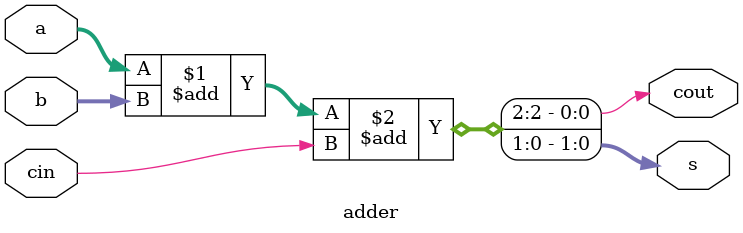
<source format=sv>
module adder #(parameter N = 2)
	(input logic [N-1:0] a, b, input logic cin,
	output logic [N-1:0] s,
	output logic cout);
	assign {cout,s} = a+b+cin;
endmodule
</source>
